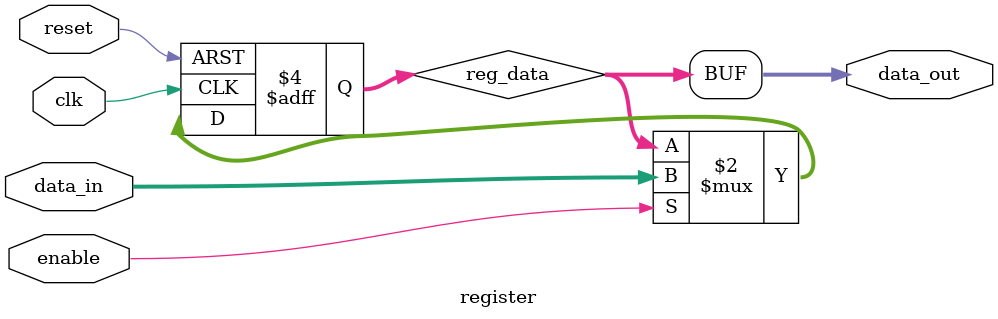
<source format=v>
module register (
    input wire clk,
    input wire reset,
    input wire enable,
    input wire [15:0] data_in,
    output wire [15:0] data_out
);

    reg [15:0] reg_data;

    always @(posedge clk or posedge reset) begin
        if (reset)
            reg_data <= 16'b0;
        else if (enable)
            reg_data <= data_in;
    end

    assign data_out = reg_data;

endmodule
</source>
